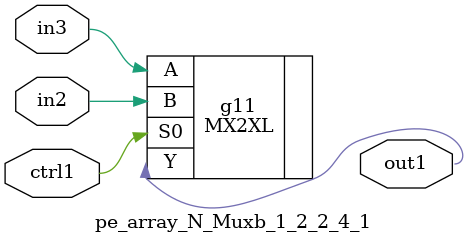
<source format=v>
`timescale 1ps / 1ps


module pe_array_N_Muxb_1_2_2_4_1(in3, in2, ctrl1, out1);
  input in3, in2, ctrl1;
  output out1;
  wire in3, in2, ctrl1;
  wire out1;
  MX2XL g11(.A (in3), .B (in2), .S0 (ctrl1), .Y (out1));
endmodule



</source>
